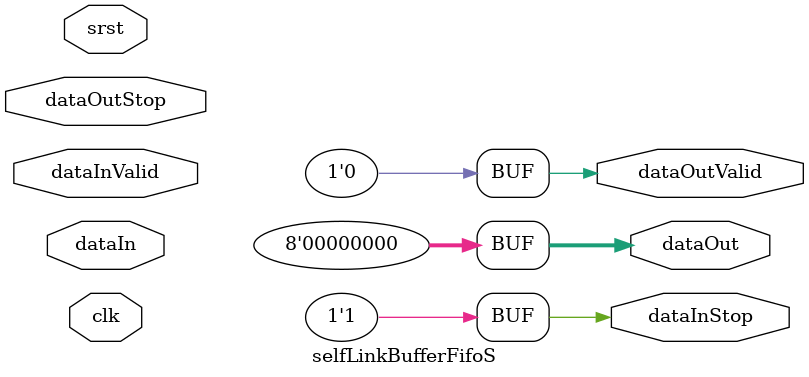
<source format=v>


`timescale 1ns/1ps

module selfLinkBufferFifoS
  (dataInValid, dataIn, dataInStop, dataOutValid, dataOut, dataOutStop,
  clk, srst);

// Specifes the width of the data channel.
parameter DataWidth = 8;

// Specifies the link buffer FIFO size.
parameter FifoSize = 16;

// Specifies the link buffer FIFO index size, which should be capable of holding
// the binary representation of FifoSize-2.
parameter FifoIndexSize = 4;

// Specifies the 'upstream' data input ports.
// verilator lint_off UNUSED
input  [DataWidth-1:0] dataIn;
input                  dataInValid;
output                 dataInStop;

// Specifies the 'downstream' data output ports.
output [DataWidth-1:0] dataOut;
output                 dataOutValid;
input                  dataOutStop;

// Specify system level signals.
input clk;
input srst;
// verilator lint_on UNUSED

assign dataInStop = 1'b1;
assign dataOut = 0;
assign dataOutValid = 1'b0;

endmodule

</source>
